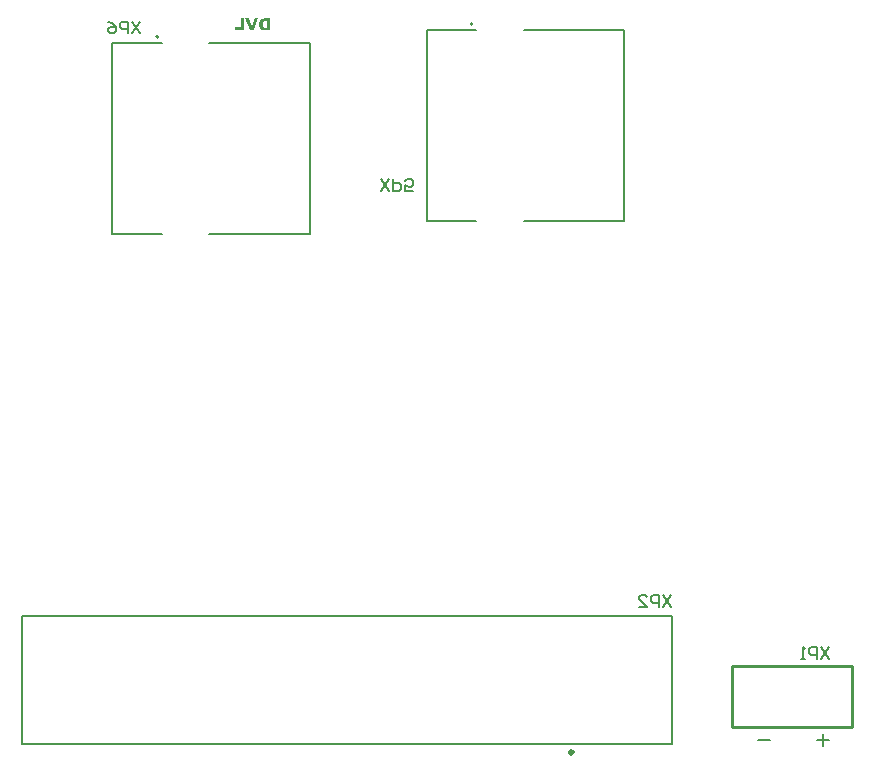
<source format=gbo>
G04*
G04 #@! TF.GenerationSoftware,Altium Limited,Altium Designer,25.5.2 (35)*
G04*
G04 Layer_Color=32896*
%FSLAX44Y44*%
%MOMM*%
G71*
G04*
G04 #@! TF.SameCoordinates,D2046EA4-9D5B-47F5-8153-158F0B1C5282*
G04*
G04*
G04 #@! TF.FilePolarity,Positive*
G04*
G01*
G75*
%ADD10C,0.3000*%
%ADD12C,0.1270*%
%ADD13C,0.2000*%
%ADD14C,0.2540*%
G36*
X451458Y969000D02*
X448045D01*
X444280Y979144D01*
X447459D01*
X449722Y971829D01*
X452024Y979144D01*
X455282D01*
X451458Y969000D01*
D02*
G37*
G36*
X465250D02*
X460607D01*
X460276Y969019D01*
X459963Y969039D01*
X459651Y969078D01*
X459359Y969137D01*
X459105Y969195D01*
X458910Y969234D01*
X458832Y969254D01*
X458774D01*
X458754Y969273D01*
X458735D01*
X458461Y969371D01*
X458188Y969488D01*
X457954Y969605D01*
X457740Y969741D01*
X457564Y969878D01*
X457428Y969975D01*
X457350Y970053D01*
X457311Y970073D01*
X457076Y970307D01*
X456862Y970561D01*
X456686Y970814D01*
X456550Y971048D01*
X456433Y971263D01*
X456335Y971419D01*
X456296Y971536D01*
X456277Y971575D01*
X456160Y971946D01*
X456062Y972355D01*
X456004Y972765D01*
X455945Y973175D01*
X455926Y973526D01*
Y973682D01*
X455906Y973818D01*
Y973935D01*
Y974013D01*
Y974072D01*
Y974091D01*
X455926Y974482D01*
X455945Y974833D01*
X455984Y975164D01*
X456023Y975457D01*
X456082Y975711D01*
X456121Y975906D01*
X456140Y976023D01*
X456160Y976042D01*
Y976062D01*
X456277Y976393D01*
X456394Y976705D01*
X456530Y976978D01*
X456667Y977232D01*
X456784Y977408D01*
X456881Y977564D01*
X456959Y977642D01*
X456979Y977681D01*
X457193Y977934D01*
X457428Y978149D01*
X457662Y978324D01*
X457876Y978481D01*
X458091Y978597D01*
X458247Y978695D01*
X458344Y978734D01*
X458364Y978754D01*
X458383D01*
X458715Y978890D01*
X459086Y978988D01*
X459456Y979046D01*
X459808Y979105D01*
X460120Y979124D01*
X460256D01*
X460373Y979144D01*
X465250D01*
Y969000D01*
D02*
G37*
G36*
X443246D02*
X435228D01*
Y971497D01*
X440105D01*
Y979144D01*
X443246D01*
Y969000D01*
D02*
G37*
%LPC*%
G36*
X462109Y976842D02*
X461329D01*
X460900Y976822D01*
X460549Y976744D01*
X460256Y976647D01*
X460003Y976549D01*
X459827Y976432D01*
X459690Y976335D01*
X459612Y976257D01*
X459593Y976237D01*
X459495Y976120D01*
X459417Y975984D01*
X459281Y975652D01*
X459183Y975281D01*
X459105Y974911D01*
X459066Y974579D01*
Y974423D01*
X459047Y974286D01*
Y974189D01*
Y974111D01*
Y974052D01*
Y974033D01*
X459066Y973604D01*
X459086Y973253D01*
X459125Y972940D01*
X459164Y972706D01*
X459222Y972511D01*
X459261Y972375D01*
X459281Y972297D01*
X459300Y972277D01*
X459398Y972082D01*
X459495Y971926D01*
X459612Y971789D01*
X459710Y971692D01*
X459808Y971614D01*
X459866Y971555D01*
X459925Y971536D01*
X459944Y971516D01*
X460120Y971438D01*
X460334Y971399D01*
X460802Y971321D01*
X461017D01*
X461193Y971302D01*
X462109D01*
Y976842D01*
D02*
G37*
%LPD*%
D10*
X721560Y358000D02*
G03*
X721560Y358000I-1500J0D01*
G01*
D12*
X928000Y368330D02*
X938000D01*
X933000Y363330D02*
Y373330D01*
X878000Y368330D02*
X888000D01*
D13*
X634750Y974350D02*
G03*
X636750Y974350I1000J0D01*
G01*
D02*
G03*
X634750Y974350I-1000J0D01*
G01*
X370570Y963570D02*
G03*
X368570Y963570I-1000J0D01*
G01*
D02*
G03*
X370570Y963570I1000J0D01*
G01*
X597750Y969100D02*
X639750D01*
X597750Y807600D02*
Y969100D01*
Y807600D02*
X639750D01*
X679750Y969100D02*
X764750D01*
Y807600D02*
Y969100D01*
X679750Y807600D02*
X764750D01*
X413570Y796820D02*
X498570D01*
Y958320D01*
X413570D02*
X498570D01*
X331570Y796820D02*
X373570D01*
X331570D02*
Y958320D01*
X373570D01*
X255060Y473000D02*
X805060D01*
Y365000D02*
Y473000D01*
X255060Y365000D02*
X805060D01*
X255060D02*
Y473000D01*
X354829Y976498D02*
X348164Y966502D01*
Y976498D02*
X354829Y966502D01*
X344832D02*
Y976498D01*
X339834D01*
X338168Y974832D01*
Y971500D01*
X339834Y969834D01*
X344832D01*
X328171Y976498D02*
X331503Y974832D01*
X334836Y971500D01*
Y968168D01*
X333169Y966502D01*
X329837D01*
X328171Y968168D01*
Y969834D01*
X329837Y971500D01*
X334836D01*
X559111Y832832D02*
X565775Y842828D01*
Y832832D02*
X559111Y842828D01*
X569108D02*
Y832832D01*
X574106D01*
X575772Y834498D01*
Y837830D01*
X574106Y839496D01*
X569108D01*
X585769Y832832D02*
X579104D01*
Y837830D01*
X582437Y836164D01*
X584103D01*
X585769Y837830D01*
Y841162D01*
X584103Y842828D01*
X580771D01*
X579104Y841162D01*
X804164Y491073D02*
X797499Y481076D01*
Y491073D02*
X804164Y481076D01*
X794167D02*
Y491073D01*
X789169D01*
X787503Y489407D01*
Y486074D01*
X789169Y484408D01*
X794167D01*
X777506Y481076D02*
X784170D01*
X777506Y487741D01*
Y489407D01*
X779172Y491073D01*
X782504D01*
X784170Y489407D01*
X938163Y446998D02*
X931498Y437002D01*
Y446998D02*
X938163Y437002D01*
X928166D02*
Y446998D01*
X923168D01*
X921502Y445332D01*
Y442000D01*
X923168Y440334D01*
X928166D01*
X918169Y437002D02*
X914837D01*
X916503D01*
Y446998D01*
X918169Y445332D01*
D14*
X958000Y378830D02*
Y430830D01*
X856000Y378830D02*
X958000D01*
X856000D02*
Y430830D01*
X958000D01*
M02*

</source>
